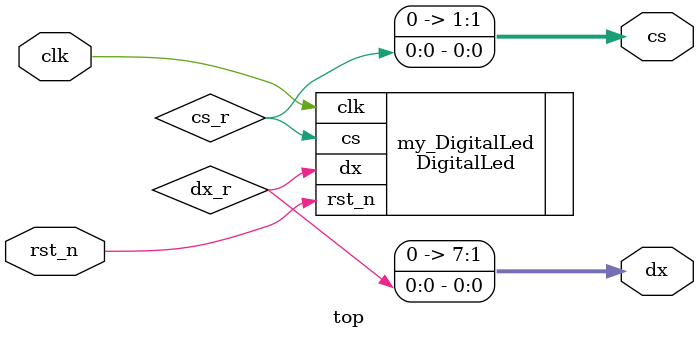
<source format=v>
	module top(
		clk ,rst_n,
	//	rx_data,
		cs, dx
	);
	
	
	input clk	; //50MHz
	input rst_n	; //µÍµçÆ½ÓÐÐ§
	//input[7:0] rx_data

	output[1:0] cs;//Î»Ñ¡£¬µÍÓÐÐ§
	output[7:0] dx; //¶ÎÑ¡
	
//	wire[1:0] cs_r;//Î»Ñ¡£¬µÍÓÐÐ§
//	wire[7:0] dx_r; //¶ÎÑ¡
	DigitalLed my_DigitalLed(
			.clk(clk) ,
			.rst_n(rst_n),
			//.rx_data(rx_data),
			.cs(cs_r), 
			.dx(dx_r)
	);		
	
	assign cs = cs_r;
	assign dx = dx_r;
	
	endmodule
</source>
